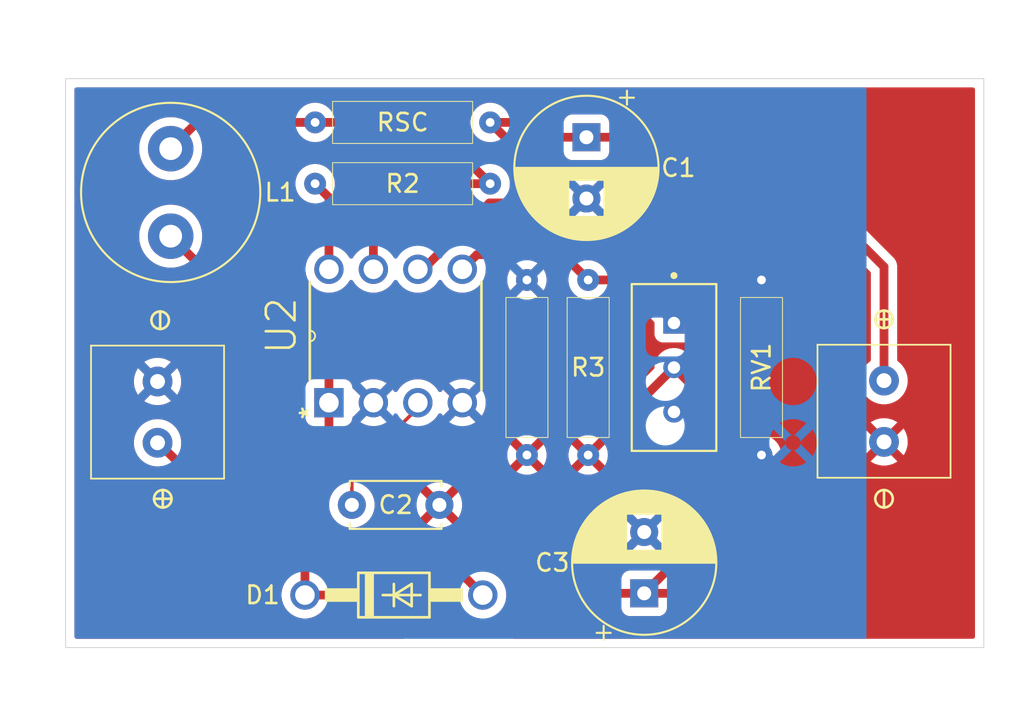
<source format=kicad_pcb>
(kicad_pcb (version 20241229) (generator "pcbnew") (generator_version "9.0")
  (title_block (title "DC-DC_convertor") (date "2025-05-26") (rev "v1.0") (comment 4 "This is a DC-DC boost circuit"))
  (layers (0 "F.Cu" signal) (2 "B.Cu" signal) (13 "F.Paste" user) (15 "B.Paste" user) (5 "F.SilkS" user "F.Silkscreen") (7 "B.SilkS" user "B.Silkscreen") (1 "F.Mask" user) (3 "B.Mask" user) (25 "Edge.Cuts" user))
  (net 0 "")
  (net 1 "/POWER_INPUT")
  (net 2 "PGND")
  (net 3 "SGND")
  (net 4 "Net-(U2-TC)")
  (net 5 "/POWER_OUTPUT")
  (net 6 "Net-(U2-SWC)")
  (net 7 "Net-(U2-IPK)")
  (net 8 "Net-(U2-DRC)")
  (net 9 "Net-(U2-CII)")
  (footprint "DC-DC:DO41-10" (layer "F.Cu") (at 145.5 114)
    (property "Reference" "D1" (at -7.5 0 0) (layer "F.SilkS"))
    (property "Value" "1N5819")
    (fp_line (start -2.032 -1.27) (end -2.032 1.27) (stroke (width 0.1524)) (layer "F.SilkS"))
    (fp_line (start -2.032 -1.27) (end 2.032 -1.27) (stroke (width 0.1524)) (layer "F.SilkS"))
    (fp_line (start -0.635 0) (end 0 0) (stroke (width 0.1524)) (layer "F.SilkS"))
    (fp_line (start 0 -0.635) (end 0 0) (stroke (width 0.1524)) (layer "F.SilkS"))
    (fp_line (start 0 0) (end 0 0.635) (stroke (width 0.1524)) (layer "F.SilkS"))
    (fp_line (start 0 0) (end 1.016 -0.635) (stroke (width 0.1524)) (layer "F.SilkS"))
    (fp_line (start 0 0) (end 1.524 0) (stroke (width 0.1524)) (layer "F.SilkS"))
    (fp_line (start 1.016 -0.635) (end 1.016 0.635) (stroke (width 0.1524)) (layer "F.SilkS"))
    (fp_line (start 1.016 0.635) (end 0 0) (stroke (width 0.1524)) (layer "F.SilkS"))
    (fp_line (start 2.032 1.27) (end -2.032 1.27) (stroke (width 0.1524)) (layer "F.SilkS"))
    (fp_line (start 2.032 1.27) (end 2.032 -1.27) (stroke (width 0.1524)) (layer "F.SilkS"))
    (fp_poly (pts (xy -3.937 -0.381) (xy -2.032 -0.381) (xy -2.032 0.381) (xy -3.937 0.381)) (stroke (width 0.01)) (fill yes) (layer "F.SilkS"))
    (fp_poly (pts (xy -1.651 -1.27) (xy -1.143 -1.27) (xy -1.143 1.27) (xy -1.651 1.27)) (stroke (width 0.01)) (fill yes) (layer "F.SilkS"))
    (fp_poly (pts (xy 2.032 -0.381) (xy 3.937 -0.381) (xy 3.937 0.381) (xy 2.032 0.381)) (stroke (width 0.01)) (fill yes) (layer "F.SilkS"))
    (pad "A" thru_hole circle (at 5.08 0) (size 1.6764 1.6764) (drill 1.1176) (layers "*.Cu" "*.Mask") (net 6 "Net-(U2-SWC)"))
    (pad "C" thru_hole circle (at -5.08 0) (size 1.6764 1.6764) (drill 1.1176) (layers "*.Cu" "*.Mask") (net 5 "/POWER_OUTPUT"))
  )
  (footprint "Resistor_THT:Resistor_L7.0mm_D2.5mm_d0.45mm" (layer "F.Cu") (at 166.5 101 -90)
    (property "Reference" "R4" (hide yes))
    (property "Value" "150k")
    (fp_rect (start -4 -1.2) (end 4 1.2) (stroke (width 0.05)) (fill no) (layer "F.SilkS"))
    (pad "1" thru_hole circle (at 5 0 270) (size 1.25 1.25) (drill 0.5) (layers "*.Cu" "*.Mask") (net 5 "/POWER_OUTPUT"))
    (pad "2" thru_hole circle (at -5 0 270) (size 1.25 1.25) (drill 0.5) (layers "*.Cu" "*.Mask") (net 9 "Net-(U2-CII)"))
  )
  (footprint "TerminalBlock_MetzConnect:DB301V-3.5-2P" (layer "F.Cu") (at 132 103.55 90)
    (property "Reference" "J2" (hide yes))
    (property "Value" "Screw_Terminal_01x02")
    (fp_line (start 3.8 -3.8) (end -3.8 -3.8) (stroke (width 0.1)) (layer "F.SilkS"))
    (fp_line (start -3.8 -3.8) (end -3.8 3.8) (stroke (width 0.1)) (layer "F.SilkS"))
    (fp_line (start 3.8 3.8) (end 3.8 -3.8) (stroke (width 0.1)) (layer "F.SilkS"))
    (fp_line (start -3.8 3.8) (end 3.8 3.8) (stroke (width 0.1)) (layer "F.SilkS"))
    (pad "1" thru_hole circle (at -1.75 0 90) (size 1.7 1.7) (drill 0.85) (layers "*.Cu" "*.Mask") (net 5 "/POWER_OUTPUT"))
    (pad "2" thru_hole circle (at 1.75 0 90) (size 1.7 1.7) (drill 0.85) (layers "*.Cu" "*.Mask") (net 2 "PGND"))
  )
  (footprint "Resistor_THT:Resistor_L7.0mm_D2.5mm_d0.45mm" (layer "F.Cu") (at 146 87)
    (property "Reference" "RCS1" (hide yes))
    (property "Value" "0.225")
    (fp_rect (start -4 -1.2) (end 4 1.2) (stroke (width 0.05)) (fill no) (layer "F.SilkS"))
    (pad "1" thru_hole circle (at 5 0) (size 1.25 1.25) (drill 0.5) (layers "*.Cu" "*.Mask") (net 1 "/POWER_INPUT"))
    (pad "2" thru_hole circle (at -5 0) (size 1.25 1.25) (drill 0.5) (layers "*.Cu" "*.Mask") (net 7 "Net-(U2-IPK)"))
  )
  (footprint "TerminalBlock_MetzConnect:DB301V-3.5-2P" (layer "F.Cu") (at 173.5 103.5 90)
    (property "Reference" "J1" (hide yes))
    (property "Value" "Screw_Terminal_01x02")
    (fp_line (start 3.8 -3.8) (end -3.8 -3.8) (stroke (width 0.1)) (layer "F.SilkS"))
    (fp_line (start -3.8 -3.8) (end -3.8 3.8) (stroke (width 0.1)) (layer "F.SilkS"))
    (fp_line (start 3.8 3.8) (end 3.8 -3.8) (stroke (width 0.1)) (layer "F.SilkS"))
    (fp_line (start -3.8 3.8) (end 3.8 3.8) (stroke (width 0.1)) (layer "F.SilkS"))
    (pad "1" thru_hole circle (at -1.75 0 90) (size 1.7 1.7) (drill 0.85) (layers "*.Cu" "*.Mask") (net 2 "PGND"))
    (pad "2" thru_hole circle (at 1.75 0 90) (size 1.7 1.7) (drill 0.85) (layers "*.Cu" "*.Mask") (net 1 "/POWER_INPUT"))
  )
  (footprint "Resistor_THT:Resistor_L7.0mm_D2.5mm_d0.45mm" (layer "F.Cu") (at 156.6 101 -90)
    (property "Reference" "R3" (hide yes))
    (property "Value" "2.7k")
    (fp_rect (start -4 -1.2) (end 4 1.2) (stroke (width 0.05)) (fill no) (layer "F.SilkS"))
    (pad "1" thru_hole circle (at 5 0 270) (size 1.25 1.25) (drill 0.5) (layers "*.Cu" "*.Mask") (net 3 "SGND"))
    (pad "2" thru_hole circle (at -5 0 270) (size 1.25 1.25) (drill 0.5) (layers "*.Cu" "*.Mask") (net 9 "Net-(U2-CII)"))
  )
  (footprint "DC-DC:DIP254P762X480-8" (layer "F.Cu") (at 149.41 95.39 90)
    (property "Reference" "U2" (at -3.2258 -10.3378 90) (layer "F.SilkS") (effects (font (size 1.64 1.64))))
    (property "Value" "MC34063ECN")
    (fp_line (start -0.7366 -8.7122) (end -3.5052 -8.7122) (stroke (width 0.1524)) (layer "F.SilkS"))
    (fp_line (start -3.5052 -8.7122) (end -4.1148 -8.7122) (stroke (width 0.1524)) (layer "F.SilkS"))
    (fp_line (start -4.1148 -8.7122) (end -6.3246 -8.7122) (stroke (width 0.1524)) (layer "F.SilkS"))
    (fp_line (start -6.8834 1.0922) (end -0.7366 1.0922) (stroke (width 0.1524)) (layer "F.SilkS"))
    (fp_arc (start -3.5052 -8.7122) (mid -3.81 -8.4074) (end -4.1148 -8.7122) (stroke (width 0.1)) (layer "F.SilkS"))
    (fp_text user "*" (at -8.2042 -8.7376 90) (layer "F.SilkS"))
    (pad "1" thru_hole rect (at -7.62 -7.62 90) (size 1.6764 1.6764) (drill 1.1176) (layers "*.Cu" "*.Mask") (net 6 "Net-(U2-SWC)"))
    (pad "2" thru_hole circle (at -7.62 -5.08 90) (size 1.6764 1.6764) (drill 1.1176) (layers "*.Cu" "*.Mask") (net 2 "PGND"))
    (pad "3" thru_hole circle (at -7.62 -2.54 90) (size 1.6764 1.6764) (drill 1.1176) (layers "*.Cu" "*.Mask") (net 4 "Net-(U2-TC)"))
    (pad "4" thru_hole circle (at -7.62 0 90) (size 1.6764 1.6764) (drill 1.1176) (layers "*.Cu" "*.Mask") (net 2 "PGND"))
    (pad "5" thru_hole circle (at 0 0 90) (size 1.6764 1.6764) (drill 1.1176) (layers "*.Cu" "*.Mask") (net 9 "Net-(U2-CII)"))
    (pad "6" thru_hole circle (at 0 -2.54 90) (size 1.6764 1.6764) (drill 1.1176) (layers "*.Cu" "*.Mask") (net 1 "/POWER_INPUT"))
    (pad "7" thru_hole circle (at 0 -5.08 90) (size 1.6764 1.6764) (drill 1.1176) (layers "*.Cu" "*.Mask") (net 7 "Net-(U2-IPK)"))
    (pad "8" thru_hole circle (at 0 -7.62 90) (size 1.6764 1.6764) (drill 1.1176) (layers "*.Cu" "*.Mask") (net 8 "Net-(U2-DRC)"))
  )
  (footprint "Resistor_THT:Resistor_L7.0mm_D2.5mm_d0.45mm" (layer "F.Cu") (at 153.1 101 90)
    (property "Reference" "R1" (hide yes))
    (property "Value" "0")
    (fp_rect (start -4 -1.2) (end 4 1.2) (stroke (width 0.05)) (fill no) (layer "F.SilkS"))
    (pad "1" thru_hole circle (at 5 0 90) (size 1.25 1.25) (drill 0.5) (layers "*.Cu" "*.Mask") (net 2 "PGND"))
    (pad "2" thru_hole circle (at -5 0 90) (size 1.25 1.25) (drill 0.5) (layers "*.Cu" "*.Mask") (net 3 "SGND"))
  )
  (footprint "Inductor_THT:L_Radial_D10.0mm_P5.00mm_Fastron_07M" (layer "F.Cu") (at 132.75 88.5 -90)
    (property "Reference" "L1" (at 2.5 -6.25 180) (layer "F.SilkS"))
    (property "Value" "68uH")
    (fp_circle (center 2.5 0) (end 7.62 0) (stroke (width 0.12)) (fill no) (layer "F.SilkS"))
    (pad "1" thru_hole circle (at 0 0 270) (size 2.6 2.6) (drill 1.3) (layers "*.Cu" "*.Mask") (net 7 "Net-(U2-IPK)"))
    (pad "2" thru_hole circle (at 5 0 270) (size 2.6 2.6) (drill 1.3) (layers "*.Cu" "*.Mask") (net 6 "Net-(U2-SWC)"))
  )
  (footprint "Capacitor_THT:CP_Radial_D8.0mm_P3.50mm" (layer "F.Cu") (at 156.5 87.847349 -90)
    (property "Reference" "C1" (at 1.75 -5.25 0) (layer "F.SilkS"))
    (property "Value" "100u")
    (fp_line (start 2.471 1.04) (end 2.471 4.017) (stroke (width 0.12)) (layer "F.SilkS"))
    (fp_line (start 2.511 1.04) (end 2.511 4.01) (stroke (width 0.12)) (layer "F.SilkS"))
    (fp_line (start 2.551 1.04) (end 2.551 4.002) (stroke (width 0.12)) (layer "F.SilkS"))
    (fp_line (start 2.591 1.04) (end 2.591 3.994) (stroke (width 0.12)) (layer "F.SilkS"))
    (fp_line (start 2.631 1.04) (end 2.631 3.985) (stroke (width 0.12)) (layer "F.SilkS"))
    (fp_line (start 2.671 1.04) (end 2.671 3.976) (stroke (width 0.12)) (layer "F.SilkS"))
    (fp_line (start 2.711 1.04) (end 2.711 3.967) (stroke (width 0.12)) (layer "F.SilkS"))
    (fp_line (start 2.751 1.04) (end 2.751 3.957) (stroke (width 0.12)) (layer "F.SilkS"))
    (fp_line (start 2.791 1.04) (end 2.791 3.947) (stroke (width 0.12)) (layer "F.SilkS"))
    (fp_line (start 2.831 1.04) (end 2.831 3.936) (stroke (width 0.12)) (layer "F.SilkS"))
    (fp_line (start 2.871 1.04) (end 2.871 3.925) (stroke (width 0.12)) (layer "F.SilkS"))
    (fp_line (start 2.911 1.04) (end 2.911 3.914) (stroke (width 0.12)) (layer "F.SilkS"))
    (fp_line (start 2.951 1.04) (end 2.951 3.902) (stroke (width 0.12)) (layer "F.SilkS"))
    (fp_line (start 2.991 1.04) (end 2.991 3.889) (stroke (width 0.12)) (layer "F.SilkS"))
    (fp_line (start 3.031 1.04) (end 3.031 3.877) (stroke (width 0.12)) (layer "F.SilkS"))
    (fp_line (start 3.071 1.04) (end 3.071 3.863) (stroke (width 0.12)) (layer "F.SilkS"))
    (fp_line (start 3.111 1.04) (end 3.111 3.85) (stroke (width 0.12)) (layer "F.SilkS"))
    (fp_line (start 3.151 1.04) (end 3.151 3.835) (stroke (width 0.12)) (layer "F.SilkS"))
    (fp_line (start 3.191 1.04) (end 3.191 3.821) (stroke (width 0.12)) (layer "F.SilkS"))
    (fp_line (start 3.231 1.04) (end 3.231 3.805) (stroke (width 0.12)) (layer "F.SilkS"))
    (fp_line (start 3.271 1.04) (end 3.271 3.79) (stroke (width 0.12)) (layer "F.SilkS"))
    (fp_line (start 3.311 1.04) (end 3.311 3.774) (stroke (width 0.12)) (layer "F.SilkS"))
    (fp_line (start 3.351 1.04) (end 3.351 3.757) (stroke (width 0.12)) (layer "F.SilkS"))
    (fp_line (start 3.391 1.04) (end 3.391 3.74) (stroke (width 0.12)) (layer "F.SilkS"))
    (fp_line (start 3.431 1.04) (end 3.431 3.722) (stroke (width 0.12)) (layer "F.SilkS"))
    (fp_line (start 3.471 1.04) (end 3.471 3.704) (stroke (width 0.12)) (layer "F.SilkS"))
    (fp_line (start 3.511 1.04) (end 3.511 3.686) (stroke (width 0.12)) (layer "F.SilkS"))
    (fp_line (start 3.551 1.04) (end 3.551 3.666) (stroke (width 0.12)) (layer "F.SilkS"))
    (fp_line (start 3.591 1.04) (end 3.591 3.647) (stroke (width 0.12)) (layer "F.SilkS"))
    (fp_line (start 3.631 1.04) (end 3.631 3.627) (stroke (width 0.12)) (layer "F.SilkS"))
    (fp_line (start 3.671 1.04) (end 3.671 3.606) (stroke (width 0.12)) (layer "F.SilkS"))
    (fp_line (start 3.711 1.04) (end 3.711 3.584) (stroke (width 0.12)) (layer "F.SilkS"))
    (fp_line (start 3.751 1.04) (end 3.751 3.562) (stroke (width 0.12)) (layer "F.SilkS"))
    (fp_line (start 3.791 1.04) (end 3.791 3.54) (stroke (width 0.12)) (layer "F.SilkS"))
    (fp_line (start 3.831 1.04) (end 3.831 3.517) (stroke (width 0.12)) (layer "F.SilkS"))
    (fp_line (start 3.871 1.04) (end 3.871 3.493) (stroke (width 0.12)) (layer "F.SilkS"))
    (fp_line (start 3.911 1.04) (end 3.911 3.469) (stroke (width 0.12)) (layer "F.SilkS"))
    (fp_line (start 3.951 1.04) (end 3.951 3.444) (stroke (width 0.12)) (layer "F.SilkS"))
    (fp_line (start 3.991 1.04) (end 3.991 3.418) (stroke (width 0.12)) (layer "F.SilkS"))
    (fp_line (start 4.031 1.04) (end 4.031 3.392) (stroke (width 0.12)) (layer "F.SilkS"))
    (fp_line (start 4.071 1.04) (end 4.071 3.365) (stroke (width 0.12)) (layer "F.SilkS"))
    (fp_line (start 4.111 1.04) (end 4.111 3.338) (stroke (width 0.12)) (layer "F.SilkS"))
    (fp_line (start 4.151 1.04) (end 4.151 3.309) (stroke (width 0.12)) (layer "F.SilkS"))
    (fp_line (start 4.191 1.04) (end 4.191 3.28) (stroke (width 0.12)) (layer "F.SilkS"))
    (fp_line (start 4.231 1.04) (end 4.231 3.25) (stroke (width 0.12)) (layer "F.SilkS"))
    (fp_line (start 4.271 1.04) (end 4.271 3.22) (stroke (width 0.12)) (layer "F.SilkS"))
    (fp_line (start 4.311 1.04) (end 4.311 3.189) (stroke (width 0.12)) (layer "F.SilkS"))
    (fp_line (start 4.351 1.04) (end 4.351 3.156) (stroke (width 0.12)) (layer "F.SilkS"))
    (fp_line (start 4.391 1.04) (end 4.391 3.124) (stroke (width 0.12)) (layer "F.SilkS"))
    (fp_line (start 4.431 1.04) (end 4.431 3.09) (stroke (width 0.12)) (layer "F.SilkS"))
    (fp_line (start 4.471 1.04) (end 4.471 3.055) (stroke (width 0.12)) (layer "F.SilkS"))
    (fp_line (start 4.511 1.04) (end 4.511 3.019) (stroke (width 0.12)) (layer "F.SilkS"))
    (fp_line (start 5.831 -0.533) (end 5.831 0.533) (stroke (width 0.12)) (layer "F.SilkS"))
    (fp_line (start 5.791 -0.768) (end 5.791 0.768) (stroke (width 0.12)) (layer "F.SilkS"))
    (fp_line (start 5.751 -0.948) (end 5.751 0.948) (stroke (width 0.12)) (layer "F.SilkS"))
    (fp_line (start 5.711 -1.098) (end 5.711 1.098) (stroke (width 0.12)) (layer "F.SilkS"))
    (fp_line (start 5.671 -1.229) (end 5.671 1.229) (stroke (width 0.12)) (layer "F.SilkS"))
    (fp_line (start 5.631 -1.346) (end 5.631 1.346) (stroke (width 0.12)) (layer "F.SilkS"))
    (fp_line (start 5.591 -1.453) (end 5.591 1.453) (stroke (width 0.12)) (layer "F.SilkS"))
    (fp_line (start 5.551 -1.552) (end 5.551 1.552) (stroke (width 0.12)) (layer "F.SilkS"))
    (fp_line (start 5.511 -1.645) (end 5.511 1.645) (stroke (width 0.12)) (layer "F.SilkS"))
    (fp_line (start 5.471 -1.731) (end 5.471 1.731) (stroke (width 0.12)) (layer "F.SilkS"))
    (fp_line (start 5.431 -1.813) (end 5.431 1.813) (stroke (width 0.12)) (layer "F.SilkS"))
    (fp_line (start 5.391 -1.89) (end 5.391 1.89) (stroke (width 0.12)) (layer "F.SilkS"))
    (fp_line (start 5.351 -1.964) (end 5.351 1.964) (stroke (width 0.12)) (layer "F.SilkS"))
    (fp_line (start 5.311 -2.034) (end 5.311 2.034) (stroke (width 0.12)) (layer "F.SilkS"))
    (fp_line (start 5.271 -2.102) (end 5.271 2.102) (stroke (width 0.12)) (layer "F.SilkS"))
    (fp_line (start 5.231 -2.166) (end 5.231 2.166) (stroke (width 0.12)) (layer "F.SilkS"))
    (fp_line (start 5.191 -2.228) (end 5.191 2.228) (stroke (width 0.12)) (layer "F.SilkS"))
    (fp_line (start 5.151 -2.287) (end 5.151 2.287) (stroke (width 0.12)) (layer "F.SilkS"))
    (fp_line (start -2.659698 -2.315) (end -1.859698 -2.315) (stroke (width 0.12)) (layer "F.SilkS"))
    (fp_line (start 5.111 -2.345) (end 5.111 2.345) (stroke (width 0.12)) (layer "F.SilkS"))
    (fp_line (start 5.071 -2.4) (end 5.071 2.4) (stroke (width 0.12)) (layer "F.SilkS"))
    (fp_line (start 5.031 -2.454) (end 5.031 2.454) (stroke (width 0.12)) (layer "F.SilkS"))
    (fp_line (start 4.991 -2.505) (end 4.991 2.505) (stroke (width 0.12)) (layer "F.SilkS"))
    (fp_line (start 4.951 -2.556) (end 4.951 2.556) (stroke (width 0.12)) (layer "F.SilkS"))
    (fp_line (start 4.911 -2.604) (end 4.911 2.604) (stroke (width 0.12)) (layer "F.SilkS"))
    (fp_line (start 4.871 -2.651) (end 4.871 2.651) (stroke (width 0.12)) (layer "F.SilkS"))
    (fp_line (start 4.831 -2.697) (end 4.831 2.697) (stroke (width 0.12)) (layer "F.SilkS"))
    (fp_line (start -2.259698 -2.715) (end -2.259698 -1.915) (stroke (width 0.12)) (layer "F.SilkS"))
    (fp_line (start 4.791 -2.741) (end 4.791 2.741) (stroke (width 0.12)) (layer "F.SilkS"))
    (fp_line (start 4.751 -2.784) (end 4.751 2.784) (stroke (width 0.12)) (layer "F.SilkS"))
    (fp_line (start 4.711 -2.826) (end 4.711 2.826) (stroke (width 0.12)) (layer "F.SilkS"))
    (fp_line (start 4.671 -2.867) (end 4.671 2.867) (stroke (width 0.12)) (layer "F.SilkS"))
    (fp_line (start 4.631 -2.907) (end 4.631 2.907) (stroke (width 0.12)) (layer "F.SilkS"))
    (fp_line (start 4.591 -2.945) (end 4.591 2.945) (stroke (width 0.12)) (layer "F.SilkS"))
    (fp_line (start 4.551 -2.983) (end 4.551 2.983) (stroke (width 0.12)) (layer "F.SilkS"))
    (fp_line (start 4.511 -3.019) (end 4.511 -1.04) (stroke (width 0.12)) (layer "F.SilkS"))
    (fp_line (start 4.471 -3.055) (end 4.471 -1.04) (stroke (width 0.12)) (layer "F.SilkS"))
    (fp_line (start 4.431 -3.09) (end 4.431 -1.04) (stroke (width 0.12)) (layer "F.SilkS"))
    (fp_line (start 4.391 -3.124) (end 4.391 -1.04) (stroke (width 0.12)) (layer "F.SilkS"))
    (fp_line (start 4.351 -3.156) (end 4.351 -1.04) (stroke (width 0.12)) (layer "F.SilkS"))
    (fp_line (start 4.311 -3.189) (end 4.311 -1.04) (stroke (width 0.12)) (layer "F.SilkS"))
    (fp_line (start 4.271 -3.22) (end 4.271 -1.04) (stroke (width 0.12)) (layer "F.SilkS"))
    (fp_line (start 4.231 -3.25) (end 4.231 -1.04) (stroke (width 0.12)) (layer "F.SilkS"))
    (fp_line (start 4.191 -3.28) (end 4.191 -1.04) (stroke (width 0.12)) (layer "F.SilkS"))
    (fp_line (start 4.151 -3.309) (end 4.151 -1.04) (stroke (width 0.12)) (layer "F.SilkS"))
    (fp_line (start 4.111 -3.338) (end 4.111 -1.04) (stroke (width 0.12)) (layer "F.SilkS"))
    (fp_line (start 4.071 -3.365) (end 4.071 -1.04) (stroke (width 0.12)) (layer "F.SilkS"))
    (fp_line (start 4.031 -3.392) (end 4.031 -1.04) (stroke (width 0.12)) (layer "F.SilkS"))
    (fp_line (start 3.991 -3.418) (end 3.991 -1.04) (stroke (width 0.12)) (layer "F.SilkS"))
    (fp_line (start 3.951 -3.444) (end 3.951 -1.04) (stroke (width 0.12)) (layer "F.SilkS"))
    (fp_line (start 3.911 -3.469) (end 3.911 -1.04) (stroke (width 0.12)) (layer "F.SilkS"))
    (fp_line (start 3.871 -3.493) (end 3.871 -1.04) (stroke (width 0.12)) (layer "F.SilkS"))
    (fp_line (start 3.831 -3.517) (end 3.831 -1.04) (stroke (width 0.12)) (layer "F.SilkS"))
    (fp_line (start 3.791 -3.54) (end 3.791 -1.04) (stroke (width 0.12)) (layer "F.SilkS"))
    (fp_line (start 3.751 -3.562) (end 3.751 -1.04) (stroke (width 0.12)) (layer "F.SilkS"))
    (fp_line (start 3.711 -3.584) (end 3.711 -1.04) (stroke (width 0.12)) (layer "F.SilkS"))
    (fp_line (start 3.671 -3.606) (end 3.671 -1.04) (stroke (width 0.12)) (layer "F.SilkS"))
    (fp_line (start 3.631 -3.627) (end 3.631 -1.04) (stroke (width 0.12)) (layer "F.SilkS"))
    (fp_line (start 3.591 -3.647) (end 3.591 -1.04) (stroke (width 0.12)) (layer "F.SilkS"))
    (fp_line (start 3.551 -3.666) (end 3.551 -1.04) (stroke (width 0.12)) (layer "F.SilkS"))
    (fp_line (start 3.511 -3.686) (end 3.511 -1.04) (stroke (width 0.12)) (layer "F.SilkS"))
    (fp_line (start 3.471 -3.704) (end 3.471 -1.04) (stroke (width 0.12)) (layer "F.SilkS"))
    (fp_line (start 3.431 -3.722) (end 3.431 -1.04) (stroke (width 0.12)) (layer "F.SilkS"))
    (fp_line (start 3.391 -3.74) (end 3.391 -1.04) (stroke (width 0.12)) (layer "F.SilkS"))
    (fp_line (start 3.351 -3.757) (end 3.351 -1.04) (stroke (width 0.12)) (layer "F.SilkS"))
    (fp_line (start 3.311 -3.774) (end 3.311 -1.04) (stroke (width 0.12)) (layer "F.SilkS"))
    (fp_line (start 3.271 -3.79) (end 3.271 -1.04) (stroke (width 0.12)) (layer "F.SilkS"))
    (fp_line (start 3.231 -3.805) (end 3.231 -1.04) (stroke (width 0.12)) (layer "F.SilkS"))
    (fp_line (start 3.191 -3.821) (end 3.191 -1.04) (stroke (width 0.12)) (layer "F.SilkS"))
    (fp_line (start 3.151 -3.835) (end 3.151 -1.04) (stroke (width 0.12)) (layer "F.SilkS"))
    (fp_line (start 3.111 -3.85) (end 3.111 -1.04) (stroke (width 0.12)) (layer "F.SilkS"))
    (fp_line (start 3.071 -3.863) (end 3.071 -1.04) (stroke (width 0.12)) (layer "F.SilkS"))
    (fp_line (start 3.031 -3.877) (end 3.031 -1.04) (stroke (width 0.12)) (layer "F.SilkS"))
    (fp_line (start 2.991 -3.889) (end 2.991 -1.04) (stroke (width 0.12)) (layer "F.SilkS"))
    (fp_line (start 2.951 -3.902) (end 2.951 -1.04) (stroke (width 0.12)) (layer "F.SilkS"))
    (fp_line (start 2.911 -3.914) (end 2.911 -1.04) (stroke (width 0.12)) (layer "F.SilkS"))
    (fp_line (start 2.871 -3.925) (end 2.871 -1.04) (stroke (width 0.12)) (layer "F.SilkS"))
    (fp_line (start 2.831 -3.936) (end 2.831 -1.04) (stroke (width 0.12)) (layer "F.SilkS"))
    (fp_line (start 2.791 -3.947) (end 2.791 -1.04) (stroke (width 0.12)) (layer "F.SilkS"))
    (fp_line (start 2.751 -3.957) (end 2.751 -1.04) (stroke (width 0.12)) (layer "F.SilkS"))
    (fp_line (start 2.711 -3.967) (end 2.711 -1.04) (stroke (width 0.12)) (layer "F.SilkS"))
    (fp_line (start 2.671 -3.976) (end 2.671 -1.04) (stroke (width 0.12)) (layer "F.SilkS"))
    (fp_line (start 2.631 -3.985) (end 2.631 -1.04) (stroke (width 0.12)) (layer "F.SilkS"))
    (fp_line (start 2.591 -3.994) (end 2.591 -1.04) (stroke (width 0.12)) (layer "F.SilkS"))
    (fp_line (start 2.551 -4.002) (end 2.551 -1.04) (stroke (width 0.12)) (layer "F.SilkS"))
    (fp_line (start 2.511 -4.01) (end 2.511 -1.04) (stroke (width 0.12)) (layer "F.SilkS"))
    (fp_line (start 2.471 -4.017) (end 2.471 -1.04) (stroke (width 0.12)) (layer "F.SilkS"))
    (fp_line (start 2.43 -4.024) (end 2.43 4.024) (stroke (width 0.12)) (layer "F.SilkS"))
    (fp_line (start 2.39 -4.03) (end 2.39 4.03) (stroke (width 0.12)) (layer "F.SilkS"))
    (fp_line (start 2.35 -4.037) (end 2.35 4.037) (stroke (width 0.12)) (layer "F.SilkS"))
    (fp_line (start 2.31 -4.042) (end 2.31 4.042) (stroke (width 0.12)) (layer "F.SilkS"))
    (fp_line (start 2.27 -4.048) (end 2.27 4.048) (stroke (width 0.12)) (layer "F.SilkS"))
    (fp_line (start 2.23 -4.052) (end 2.23 4.052) (stroke (width 0.12)) (layer "F.SilkS"))
    (fp_line (start 2.19 -4.057) (end 2.19 4.057) (stroke (width 0.12)) (layer "F.SilkS"))
    (fp_line (start 2.15 -4.061) (end 2.15 4.061) (stroke (width 0.12)) (layer "F.SilkS"))
    (fp_line (start 2.11 -4.065) (end 2.11 4.065) (stroke (width 0.12)) (layer "F.SilkS"))
    (fp_line (start 2.07 -4.068) (end 2.07 4.068) (stroke (width 0.12)) (layer "F.SilkS"))
    (fp_line (start 2.03 -4.071) (end 2.03 4.071) (stroke (width 0.12)) (layer "F.SilkS"))
    (fp_line (start 1.99 -4.074) (end 1.99 4.074) (stroke (width 0.12)) (layer "F.SilkS"))
    (fp_line (start 1.95 -4.076) (end 1.95 4.076) (stroke (width 0.12)) (layer "F.SilkS"))
    (fp_line (start 1.91 -4.077) (end 1.91 4.077) (stroke (width 0.12)) (layer "F.SilkS"))
    (fp_line (start 1.87 -4.079) (end 1.87 4.079) (stroke (width 0.12)) (layer "F.SilkS"))
    (fp_line (start 1.75 -4.08) (end 1.75 4.08) (stroke (width 0.12)) (layer "F.SilkS"))
    (fp_line (start 1.79 -4.08) (end 1.79 4.08) (stroke (width 0.12)) (layer "F.SilkS"))
    (fp_line (start 1.83 -4.08) (end 1.83 4.08) (stroke (width 0.12)) (layer "F.SilkS"))
    (fp_circle (center 1.75 0) (end 5.87 0) (stroke (width 0.12)) (fill no) (layer "F.SilkS"))
    (pad "1" thru_hole rect (at 0 0 270) (size 1.6 1.6) (drill 0.8) (layers "*.Cu" "*.Mask") (net 1 "/POWER_INPUT"))
    (pad "2" thru_hole circle (at 3.5 0 270) (size 1.6 1.6) (drill 0.8) (layers "*.Cu" "*.Mask") (net 2 "PGND"))
  )
  (footprint "Potentiometer_THT:TRIM_3296W-1-104" (layer "F.Cu") (at 161.5 101 -90)
    (property "Reference" "RV1" (at 0 -5 90) (layer "F.SilkS") (effects (font (size 1.004283 1.004283))))
    (property "Value" "100k")
    (fp_line (start -4.765 2.41) (end -4.765 -2.42) (stroke (width 0.127)) (layer "F.SilkS"))
    (fp_line (start 4.765 2.41) (end -4.765 2.41) (stroke (width 0.127)) (layer "F.SilkS"))
    (fp_line (start -4.765 -2.42) (end 4.765 -2.42) (stroke (width 0.127)) (layer "F.SilkS"))
    (fp_line (start 4.765 -2.42) (end 4.765 2.41) (stroke (width 0.127)) (layer "F.SilkS"))
    (fp_circle (center -5.25 0) (end -5.15 0) (stroke (width 0.2)) (fill no) (layer "F.SilkS"))
    (pad "1" thru_hole rect (at -2.54 0 270) (size 1.218 1.218) (drill 0.71) (layers "*.Cu" "*.Mask") (net 9 "Net-(U2-CII)"))
    (pad "2" thru_hole circle (at 0 0 270) (size 1.218 1.218) (drill 0.71) (layers "*.Cu" "*.Mask") (net 5 "/POWER_OUTPUT"))
    (pad "3" thru_hole circle (at 2.54 0 270) (size 1.218 1.218) (drill 0.71) (layers "*.Cu" "*.Mask"))
  )
  (footprint "Capacitor_THT:C_Disc_D5.0mm_W2.5mm_P5.00mm" (layer "F.Cu") (at 143.1 108.85)
    (property "Reference" "C2" (at 2.5 0 0) (layer "F.SilkS"))
    (property "Value" "382pF")
    (fp_line (start -0.12 -1.37) (end -0.12 -1.055) (stroke (width 0.12)) (layer "F.SilkS"))
    (fp_line (start -0.12 -1.37) (end 5.12 -1.37) (stroke (width 0.12)) (layer "F.SilkS"))
    (fp_line (start -0.12 1.055) (end -0.12 1.37) (stroke (width 0.12)) (layer "F.SilkS"))
    (fp_line (start -0.12 1.37) (end 5.12 1.37) (stroke (width 0.12)) (layer "F.SilkS"))
    (fp_line (start 5.12 -1.37) (end 5.12 -1.055) (stroke (width 0.12)) (layer "F.SilkS"))
    (fp_line (start 5.12 1.055) (end 5.12 1.37) (stroke (width 0.12)) (layer "F.SilkS"))
    (pad "1" thru_hole circle (at 0 0) (size 1.6 1.6) (drill 0.8) (layers "*.Cu" "*.Mask") (net 4 "Net-(U2-TC)"))
    (pad "2" thru_hole circle (at 5 0) (size 1.6 1.6) (drill 0.8) (layers "*.Cu" "*.Mask") (net 3 "SGND"))
  )
  (footprint "Resistor_THT:Resistor_L7.0mm_D2.5mm_d0.45mm" (layer "F.Cu") (at 146 90.5)
    (property "Reference" "R2" (hide yes))
    (property "Value" "180")
    (fp_rect (start -4 -1.2) (end 4 1.2) (stroke (width 0.05)) (fill no) (layer "F.SilkS"))
    (pad "1" thru_hole circle (at 5 0) (size 1.25 1.25) (drill 0.5) (layers "*.Cu" "*.Mask") (net 7 "Net-(U2-IPK)"))
    (pad "2" thru_hole circle (at -5 0) (size 1.25 1.25) (drill 0.5) (layers "*.Cu" "*.Mask") (net 8 "Net-(U2-DRC)"))
  )
  (footprint "Capacitor_THT:CP_Radial_D8.0mm_P3.50mm" (layer "F.Cu") (at 159.8 113.9 90)
    (property "Reference" "C3" (at 1.75 -5.25 0) (layer "F.SilkS"))
    (property "Value" "113u")
    (fp_line (start 1.83 -4.08) (end 1.83 4.08) (stroke (width 0.12)) (layer "F.SilkS"))
    (fp_line (start 1.79 -4.08) (end 1.79 4.08) (stroke (width 0.12)) (layer "F.SilkS"))
    (fp_line (start 1.75 -4.08) (end 1.75 4.08) (stroke (width 0.12)) (layer "F.SilkS"))
    (fp_line (start 1.87 -4.079) (end 1.87 4.079) (stroke (width 0.12)) (layer "F.SilkS"))
    (fp_line (start 1.91 -4.077) (end 1.91 4.077) (stroke (width 0.12)) (layer "F.SilkS"))
    (fp_line (start 1.95 -4.076) (end 1.95 4.076) (stroke (width 0.12)) (layer "F.SilkS"))
    (fp_line (start 1.99 -4.074) (end 1.99 4.074) (stroke (width 0.12)) (layer "F.SilkS"))
    (fp_line (start 2.03 -4.071) (end 2.03 4.071) (stroke (width 0.12)) (layer "F.SilkS"))
    (fp_line (start 2.07 -4.068) (end 2.07 4.068) (stroke (width 0.12)) (layer "F.SilkS"))
    (fp_line (start 2.11 -4.065) (end 2.11 4.065) (stroke (width 0.12)) (layer "F.SilkS"))
    (fp_line (start 2.15 -4.061) (end 2.15 4.061) (stroke (width 0.12)) (layer "F.SilkS"))
    (fp_line (start 2.19 -4.057) (end 2.19 4.057) (stroke (width 0.12)) (layer "F.SilkS"))
    (fp_line (start 2.23 -4.052) (end 2.23 4.052) (stroke (width 0.12)) (layer "F.SilkS"))
    (fp_line (start 2.27 -4.048) (end 2.27 4.048) (stroke (width 0.12)) (layer "F.SilkS"))
    (fp_line (start 2.31 -4.042) (end 2.31 4.042) (stroke (width 0.12)) (layer "F.SilkS"))
    (fp_line (start 2.35 -4.037) (end 2.35 4.037) (stroke (width 0.12)) (layer "F.SilkS"))
    (fp_line (start 2.39 -4.03) (end 2.39 4.03) (stroke (width 0.12)) (layer "F.SilkS"))
    (fp_line (start 2.43 -4.024) (end 2.43 4.024) (stroke (width 0.12)) (layer "F.SilkS"))
    (fp_line (start 2.471 -4.017) (end 2.471 -1.04) (stroke (width 0.12)) (layer "F.SilkS"))
    (fp_line (start 2.511 -4.01) (end 2.511 -1.04) (stroke (width 0.12)) (layer "F.SilkS"))
    (fp_line (start 2.551 -4.002) (end 2.551 -1.04) (stroke (width 0.12)) (layer "F.SilkS"))
    (fp_line (start 2.591 -3.994) (end 2.591 -1.04) (stroke (width 0.12)) (layer "F.SilkS"))
    (fp_line (start 2.631 -3.985) (end 2.631 -1.04) (stroke (width 0.12)) (layer "F.SilkS"))
    (fp_line (start 2.671 -3.976) (end 2.671 -1.04) (stroke (width 0.12)) (layer "F.SilkS"))
    (fp_line (start 2.711 -3.967) (end 2.711 -1.04) (stroke (width 0.12)) (layer "F.SilkS"))
    (fp_line (start 2.751 -3.957) (end 2.751 -1.04) (stroke (width 0.12)) (layer "F.SilkS"))
    (fp_line (start 2.791 -3.947) (end 2.791 -1.04) (stroke (width 0.12)) (layer "F.SilkS"))
    (fp_line (start 2.831 -3.936) (end 2.831 -1.04) (stroke (width 0.12)) (layer "F.SilkS"))
    (fp_line (start 2.871 -3.925) (end 2.871 -1.04) (stroke (width 0.12)) (layer "F.SilkS"))
    (fp_line (start 2.911 -3.914) (end 2.911 -1.04) (stroke (width 0.12)) (layer "F.SilkS"))
    (fp_line (start 2.951 -3.902) (end 2.951 -1.04) (stroke (width 0.12)) (layer "F.SilkS"))
    (fp_line (start 2.991 -3.889) (end 2.991 -1.04) (stroke (width 0.12)) (layer "F.SilkS"))
    (fp_line (start 3.031 -3.877) (end 3.031 -1.04) (stroke (width 0.12)) (layer "F.SilkS"))
    (fp_line (start 3.071 -3.863) (end 3.071 -1.04) (stroke (width 0.12)) (layer "F.SilkS"))
    (fp_line (start 3.111 -3.85) (end 3.111 -1.04) (stroke (width 0.12)) (layer "F.SilkS"))
    (fp_line (start 3.151 -3.835) (end 3.151 -1.04) (stroke (width 0.12)) (layer "F.SilkS"))
    (fp_line (start 3.191 -3.821) (end 3.191 -1.04) (stroke (width 0.12)) (layer "F.SilkS"))
    (fp_line (start 3.231 -3.805) (end 3.231 -1.04) (stroke (width 0.12)) (layer "F.SilkS"))
    (fp_line (start 3.271 -3.79) (end 3.271 -1.04) (stroke (width 0.12)) (layer "F.SilkS"))
    (fp_line (start 3.311 -3.774) (end 3.311 -1.04) (stroke (width 0.12)) (layer "F.SilkS"))
    (fp_line (start 3.351 -3.757) (end 3.351 -1.04) (stroke (width 0.12)) (layer "F.SilkS"))
    (fp_line (start 3.391 -3.74) (end 3.391 -1.04) (stroke (width 0.12)) (layer "F.SilkS"))
    (fp_line (start 3.431 -3.722) (end 3.431 -1.04) (stroke (width 0.12)) (layer "F.SilkS"))
    (fp_line (start 3.471 -3.704) (end 3.471 -1.04) (stroke (width 0.12)) (layer "F.SilkS"))
    (fp_line (start 3.511 -3.686) (end 3.511 -1.04) (stroke (width 0.12)) (layer "F.SilkS"))
    (fp_line (start 3.551 -3.666) (end 3.551 -1.04) (stroke (width 0.12)) (layer "F.SilkS"))
    (fp_line (start 3.591 -3.647) (end 3.591 -1.04) (stroke (width 0.12)) (layer "F.SilkS"))
    (fp_line (start 3.631 -3.627) (end 3.631 -1.04) (stroke (width 0.12)) (layer "F.SilkS"))
    (fp_line (start 3.671 -3.606) (end 3.671 -1.04) (stroke (width 0.12)) (layer "F.SilkS"))
    (fp_line (start 3.711 -3.584) (end 3.711 -1.04) (stroke (width 0.12)) (layer "F.SilkS"))
    (fp_line (start 3.751 -3.562) (end 3.751 -1.04) (stroke (width 0.12)) (layer "F.SilkS"))
    (fp_line (start 3.791 -3.54) (end 3.791 -1.04) (stroke (width 0.12)) (layer "F.SilkS"))
    (fp_line (start 3.831 -3.517) (end 3.831 -1.04) (stroke (width 0.12)) (layer "F.SilkS"))
    (fp_line (start 3.871 -3.493) (end 3.871 -1.04) (stroke (width 0.12)) (layer "F.SilkS"))
    (fp_line (start 3.911 -3.469) (end 3.911 -1.04) (stroke (width 0.12)) (layer "F.SilkS"))
    (fp_line (start 3.951 -3.444) (end 3.951 -1.04) (stroke (width 0.12)) (layer "F.SilkS"))
    (fp_line (start 3.991 -3.418) (end 3.991 -1.04) (stroke (width 0.12)) (layer "F.SilkS"))
    (fp_line (start 4.031 -3.392) (end 4.031 -1.04) (stroke (width 0.12)) (layer "F.SilkS"))
    (fp_line (start 4.071 -3.365) (end 4.071 -1.04) (stroke (width 0.12)) (layer "F.SilkS"))
    (fp_line (start 4.111 -3.338) (end 4.111 -1.04) (stroke (width 0.12)) (layer "F.SilkS"))
    (fp_line (start 4.151 -3.309) (end 4.151 -1.04) (stroke (width 0.12)) (layer "F.SilkS"))
    (fp_line (start 4.191 -3.28) (end 4.191 -1.04) (stroke (width 0.12)) (layer "F.SilkS"))
    (fp_line (start 4.231 -3.25) (end 4.231 -1.04) (stroke (width 0.12)) (layer "F.SilkS"))
    (fp_line (start 4.271 -3.22) (end 4.271 -1.04) (stroke (width 0.12)) (layer "F.SilkS"))
    (fp_line (start 4.311 -3.189) (end 4.311 -1.04) (stroke (width 0.12)) (layer "F.SilkS"))
    (fp_line (start 4.351 -3.156) (end 4.351 -1.04) (stroke (width 0.12)) (layer "F.SilkS"))
    (fp_line (start 4.391 -3.124) (end 4.391 -1.04) (stroke (width 0.12)) (layer "F.SilkS"))
    (fp_line (start 4.431 -3.09) (end 4.431 -1.04) (stroke (width 0.12)) (layer "F.SilkS"))
    (fp_line (start 4.471 -3.055) (end 4.471 -1.04) (stroke (width 0.12)) (layer "F.SilkS"))
    (fp_line (start 4.511 -3.019) (end 4.511 -1.04) (stroke (width 0.12)) (layer "F.SilkS"))
    (fp_line (start 4.551 -2.983) (end 4.551 2.983) (stroke (width 0.12)) (layer "F.SilkS"))
    (fp_line (start 4.591 -2.945) (end 4.591 2.945) (stroke (width 0.12)) (layer "F.SilkS"))
    (fp_line (start 4.631 -2.907) (end 4.631 2.907) (stroke (width 0.12)) (layer "F.SilkS"))
    (fp_line (start 4.671 -2.867) (end 4.671 2.867) (stroke (width 0.12)) (layer "F.SilkS"))
    (fp_line (start 4.711 -2.826) (end 4.711 2.826) (stroke (width 0.12)) (layer "F.SilkS"))
    (fp_line (start 4.751 -2.784) (end 4.751 2.784) (stroke (width 0.12)) (layer "F.SilkS"))
    (fp_line (start 4.791 -2.741) (end 4.791 2.741) (stroke (width 0.12)) (layer "F.SilkS"))
    (fp_line (start -2.259698 -2.715) (end -2.259698 -1.915) (stroke (width 0.12)) (layer "F.SilkS"))
    (fp_line (start 4.831 -2.697) (end 4.831 2.697) (stroke (width 0.12)) (layer "F.SilkS"))
    (fp_line (start 4.871 -2.651) (end 4.871 2.651) (stroke (width 0.12)) (layer "F.SilkS"))
    (fp_line (start 4.911 -2.604) (end 4.911 2.604) (stroke (width 0.12)) (layer "F.SilkS"))
    (fp_line (start 4.951 -2.556) (end 4.951 2.556) (stroke (width 0.12)) (layer "F.SilkS"))
    (fp_line (start 4.991 -2.505) (end 4.991 2.505) (stroke (width 0.12)) (layer "F.SilkS"))
    (fp_line (start 5.031 -2.454) (end 5.031 2.454) (stroke (width 0.12)) (layer "F.SilkS"))
    (fp_line (start 5.071 -2.4) (end 5.071 2.4) (stroke (width 0.12)) (layer "F.SilkS"))
    (fp_line (start 5.111 -2.345) (end 5.111 2.345) (stroke (width 0.12)) (layer "F.SilkS"))
    (fp_line (start -2.659698 -2.315) (end -1.859698 -2.315) (stroke (width 0.12)) (layer "F.SilkS"))
    (fp_line (start 5.151 -2.287) (end 5.151 2.287) (stroke (width 0.12)) (layer "F.SilkS"))
    (fp_line (start 5.191 -2.228) (end 5.191 2.228) (stroke (width 0.12)) (layer "F.SilkS"))
    (fp_line (start 5.231 -2.166) (end 5.231 2.166) (stroke (width 0.12)) (layer "F.SilkS"))
    (fp_line (start 5.271 -2.102) (end 5.271 2.102) (stroke (width 0.12)) (layer "F.SilkS"))
    (fp_line (start 5.311 -2.034) (end 5.311 2.034) (stroke (width 0.12)) (layer "F.SilkS"))
    (fp_line (start 5.351 -1.964) (end 5.351 1.964) (stroke (width 0.12)) (layer "F.SilkS"))
    (fp_line (start 5.391 -1.89) (end 5.391 1.89) (stroke (width 0.12)) (layer "F.SilkS"))
    (fp_line (start 5.431 -1.813) (end 5.431 1.813) (stroke (width 0.12)) (layer "F.SilkS"))
    (fp_line (start 5.471 -1.731) (end 5.471 1.731) (stroke (width 0.12)) (layer "F.SilkS"))
    (fp_line (start 5.511 -1.645) (end 5.511 1.645) (stroke (width 0.12)) (layer "F.SilkS"))
    (fp_line (start 5.551 -1.552) (end 5.551 1.552) (stroke (width 0.12)) (layer "F.SilkS"))
    (fp_line (start 5.591 -1.453) (end 5.591 1.453) (stroke (width 0.12)) (layer "F.SilkS"))
    (fp_line (start 5.631 -1.346) (end 5.631 1.346) (stroke (width 0.12)) (layer "F.SilkS"))
    (fp_line (start 5.671 -1.229) (end 5.671 1.229) (stroke (width 0.12)) (layer "F.SilkS"))
    (fp_line (start 5.711 -1.098) (end 5.711 1.098) (stroke (width 0.12)) (layer "F.SilkS"))
    (fp_line (start 5.751 -0.948) (end 5.751 0.948) (stroke (width 0.12)) (layer "F.SilkS"))
    (fp_line (start 5.791 -0.768) (end 5.791 0.768) (stroke (width 0.12)) (layer "F.SilkS"))
    (fp_line (start 5.831 -0.533) (end 5.831 0.533) (stroke (width 0.12)) (layer "F.SilkS"))
    (fp_line (start 4.511 1.04) (end 4.511 3.019) (stroke (width 0.12)) (layer "F.SilkS"))
    (fp_line (start 4.471 1.04) (end 4.471 3.055) (stroke (width 0.12)) (layer "F.SilkS"))
    (fp_line (start 4.431 1.04) (end 4.431 3.09) (stroke (width 0.12)) (layer "F.SilkS"))
    (fp_line (start 4.391 1.04) (end 4.391 3.124) (stroke (width 0.12)) (layer "F.SilkS"))
    (fp_line (start 4.351 1.04) (end 4.351 3.156) (stroke (width 0.12)) (layer "F.SilkS"))
    (fp_line (start 4.311 1.04) (end 4.311 3.189) (stroke (width 0.12)) (layer "F.SilkS"))
    (fp_line (start 4.271 1.04) (end 4.271 3.22) (stroke (width 0.12)) (layer "F.SilkS"))
    (fp_line (start 4.231 1.04) (end 4.231 3.25) (stroke (width 0.12)) (layer "F.SilkS"))
    (fp_line (start 4.191 1.04) (end 4.191 3.28) (stroke (width 0.12)) (layer "F.SilkS"))
    (fp_line (start 4.151 1.04) (end 4.151 3.309) (stroke (width 0.12)) (layer "F.SilkS"))
    (fp_line (start 4.111 1.04) (end 4.111 3.338) (stroke (width 0.12)) (layer "F.SilkS"))
    (fp_line (start 4.071 1.04) (end 4.071 3.365) (stroke (width 0.12)) (layer "F.SilkS"))
    (fp_line (start 4.031 1.04) (end 4.031 3.392) (stroke (width 0.12)) (layer "F.SilkS"))
    (fp_line (start 3.991 1.04) (end 3.991 3.418) (stroke (width 0.12)) (layer "F.SilkS"))
    (fp_line (start 3.951 1.04) (end 3.951 3.444) (stroke (width 0.12)) (layer "F.SilkS"))
    (fp_line (start 3.911 1.04) (end 3.911 3.469) (stroke (width 0.12)) (layer "F.SilkS"))
    (fp_line (start 3.871 1.04) (end 3.871 3.493) (stroke (width 0.12)) (layer "F.SilkS"))
    (fp_line (start 3.831 1.04) (end 3.831 3.517) (stroke (width 0.12)) (layer "F.SilkS"))
    (fp_line (start 3.791 1.04) (end 3.791 3.54) (stroke (width 0.12)) (layer "F.SilkS"))
    (fp_line (start 3.751 1.04) (end 3.751 3.562) (stroke (width 0.12)) (layer "F.SilkS"))
    (fp_line (start 3.711 1.04) (end 3.711 3.584) (stroke (width 0.12)) (layer "F.SilkS"))
    (fp_line (start 3.671 1.04) (end 3.671 3.606) (stroke (width 0.12)) (layer "F.SilkS"))
    (fp_line (start 3.631 1.04) (end 3.631 3.627) (stroke (width 0.12)) (layer "F.SilkS"))
    (fp_line (start 3.591 1.04) (end 3.591 3.647) (stroke (width 0.12)) (layer "F.SilkS"))
    (fp_line (start 3.551 1.04) (end 3.551 3.666) (stroke (width 0.12)) (layer "F.SilkS"))
    (fp_line (start 3.511 1.04) (end 3.511 3.686) (stroke (width 0.12)) (layer "F.SilkS"))
    (fp_line (start 3.471 1.04) (end 3.471 3.704) (stroke (width 0.12)) (layer "F.SilkS"))
    (fp_line (start 3.431 1.04) (end 3.431 3.722) (stroke (width 0.12)) (layer "F.SilkS"))
    (fp_line (start 3.391 1.04) (end 3.391 3.74) (stroke (width 0.12)) (layer "F.SilkS"))
    (fp_line (start 3.351 1.04) (end 3.351 3.757) (stroke (width 0.12)) (layer "F.SilkS"))
    (fp_line (start 3.311 1.04) (end 3.311 3.774) (stroke (width 0.12)) (layer "F.SilkS"))
    (fp_line (start 3.271 1.04) (end 3.271 3.79) (stroke (width 0.12)) (layer "F.SilkS"))
    (fp_line (start 3.231 1.04) (end 3.231 3.805) (stroke (width 0.12)) (layer "F.SilkS"))
    (fp_line (start 3.191 1.04) (end 3.191 3.821) (stroke (width 0.12)) (layer "F.SilkS"))
    (fp_line (start 3.151 1.04) (end 3.151 3.835) (stroke (width 0.12)) (layer "F.SilkS"))
    (fp_line (start 3.111 1.04) (end 3.111 3.85) (stroke (width 0.12)) (layer "F.SilkS"))
    (fp_line (start 3.071 1.04) (end 3.071 3.863) (stroke (width 0.12)) (layer "F.SilkS"))
    (fp_line (start 3.031 1.04) (end 3.031 3.877) (stroke (width 0.12)) (layer "F.SilkS"))
    (fp_line (start 2.991 1.04) (end 2.991 3.889) (stroke (width 0.12)) (layer "F.SilkS"))
    (fp_line (start 2.951 1.04) (end 2.951 3.902) (stroke (width 0.12)) (layer "F.SilkS"))
    (fp_line (start 2.911 1.04) (end 2.911 3.914) (stroke (width 0.12)) (layer "F.SilkS"))
    (fp_line (start 2.871 1.04) (end 2.871 3.925) (stroke (width 0.12)) (layer "F.SilkS"))
    (fp_line (start 2.831 1.04) (end 2.831 3.936) (stroke (width 0.12)) (layer "F.SilkS"))
    (fp_line (start 2.791 1.04) (end 2.791 3.947) (stroke (width 0.12)) (layer "F.SilkS"))
    (fp_line (start 2.751 1.04) (end 2.751 3.957) (stroke (width 0.12)) (layer "F.SilkS"))
    (fp_line (start 2.711 1.04) (end 2.711 3.967) (stroke (width 0.12)) (layer "F.SilkS"))
    (fp_line (start 2.671 1.04) (end 2.671 3.976) (stroke (width 0.12)) (layer "F.SilkS"))
    (fp_line (start 2.631 1.04) (end 2.631 3.985) (stroke (width 0.12)) (layer "F.SilkS"))
    (fp_line (start 2.591 1.04) (end 2.591 3.994) (stroke (width 0.12)) (layer "F.SilkS"))
    (fp_line (start 2.551 1.04) (end 2.551 4.002) (stroke (width 0.12)) (layer "F.SilkS"))
    (fp_line (start 2.511 1.04) (end 2.511 4.01) (stroke (width 0.12)) (layer "F.SilkS"))
    (fp_line (start 2.471 1.04) (end 2.471 4.017) (stroke (width 0.12)) (layer "F.SilkS"))
    (fp_circle (center 1.75 0) (end 5.87 0) (stroke (width 0.12)) (fill no) (layer "F.SilkS"))
    (pad "1" thru_hole rect (at 0 0 90) (size 1.6 1.6) (drill 0.8) (layers "*.Cu" "*.Mask") (net 5 "/POWER_OUTPUT"))
    (pad "2" thru_hole circle (at 3.5 0 90) (size 1.6 1.6) (drill 0.8) (layers "*.Cu" "*.Mask") (net 2 "PGND"))
  )
  (gr_line (start 173 98.25) (end 174 98.25) (stroke (width 0.15)) (layer "F.SilkS"))
  (gr_circle (center 132.15 98.3) (end 131.65 98.3) (stroke (width 0.15)) (fill no) (layer "F.SilkS"))
  (gr_line (start 173.5 108) (end 173.5 109) (stroke (width 0.15)) (layer "F.SilkS"))
  (gr_line (start 173.5 97.75) (end 173.5 98.75) (stroke (width 0.15)) (layer "F.SilkS"))
  (gr_circle (center 173.5 98.25) (end 174 98.25) (stroke (width 0.15)) (fill no) (layer "F.SilkS"))
  (gr_line (start 132.8 108.5) (end 131.8 108.5) (stroke (width 0.15)) (layer "F.SilkS"))
  (gr_circle (center 132.3 108.5) (end 131.8 108.5) (stroke (width 0.15)) (fill no) (layer "F.SilkS"))
  (gr_line (start 132.3 109) (end 132.3 108) (stroke (width 0.15)) (layer "F.SilkS"))
  (gr_circle (center 173.5 108.5) (end 174 108.5) (stroke (width 0.15)) (fill no) (layer "F.SilkS"))
  (gr_line (start 132.15 98.8) (end 132.15 97.8) (stroke (width 0.15)) (layer "F.SilkS"))
  (gr_rect (start 126.75 84.5) (end 179.2 117) (stroke (width 0.05)) (fill no) (layer "Edge.Cuts"))
  (gr_text "R3" (at 156.6 101 0) (layer "F.SilkS") (effects (font (size 1 1))))
  (gr_text "RSC" (at 146 87 0) (layer "F.SilkS") (effects (font (size 1 1))))
  (gr_text "R2" (at 146 90.5 0) (layer "F.SilkS") (effects (font (size 1 1))))
  (segment (start 166.097349 87.847349) (end 156.5 87.847349) (width 0.5) (layer "F.Cu") (net 1))
  (segment (start 153.7 91.6) (end 150.96 91.6) (width 0.5) (layer "F.Cu") (net 1))
  (segment (start 154 90) (end 154 91.3) (width 0.5) (layer "F.Cu") (net 1))
  (segment (start 154 87) (end 151 87) (width 0.5) (layer "F.Cu") (net 1))
  (segment (start 156.5 87.847349) (end 154.847349 87.847349) (width 0.5) (layer "F.Cu") (net 1))
  (segment (start 154.847349 87.847349) (end 154 87) (width 0.5) (layer "F.Cu") (net 1))
  (segment (start 154 91.3) (end 153.7 91.6) (width 0.5) (layer "F.Cu") (net 1))
  (segment (start 173.5 95.25) (end 166.097349 87.847349) (width 0.5) (layer "F.Cu") (net 1))
  (segment (start 150.96 91.6) (end 146.87 95.69) (width 0.5) (layer "F.Cu") (net 1))
  (segment (start 173.5 101.75) (end 173.5 95.25) (width 0.5) (layer "F.Cu") (net 1))
  (segment (start 151 87) (end 154 90) (width 0.5) (layer "F.Cu") (net 1))
  (segment (start 143.1 108.85) (end 143.1 107.08) (width 0.2) (layer "F.Cu") (net 4))
  (segment (start 143.1 107.08) (end 146.87 103.31) (width 0.2) (layer "F.Cu") (net 4))
  (segment (start 147 116.1) (end 144.9 114) (width 0.5) (layer "F.Cu") (net 5))
  (segment (start 136.85 110.1) (end 138.8 110.1) (width 0.5) (layer "F.Cu") (net 5))
  (segment (start 161.5 101) (end 166.5 106) (width 0.5) (layer "F.Cu") (net 5))
  (segment (start 159.8 113.9) (end 153.6 113.9) (width 0.5) (layer "F.Cu") (net 5))
  (segment (start 159 105) (end 162.75 108.75) (width 0.5) (layer "F.Cu") (net 5))
  (segment (start 153.6 113.9) (end 151.4 116.1) (width 0.5) (layer "F.Cu") (net 5))
  (segment (start 132 105.25) (end 136.85 110.1) (width 0.5) (layer "F.Cu") (net 5))
  (segment (start 162.75 110.95) (end 159.8 113.9) (width 0.5) (layer "F.Cu") (net 5))
  (segment (start 162.75 108.75) (end 162.75 110.95) (width 0.5) (layer "F.Cu") (net 5))
  (segment (start 138.8 110.1) (end 140.42 111.72) (width 0.5) (layer "F.Cu") (net 5))
  (segment (start 164.6 113.9) (end 166.5 112) (width 0.5) (layer "F.Cu") (net 5))
  (segment (start 159 103.5) (end 159 105) (width 0.5) (layer "F.Cu") (net 5))
  (segment (start 166.5 112) (end 166.5 106) (width 0.5) (layer "F.Cu") (net 5))
  (segment (start 140.42 111.72) (end 140.42 114) (width 0.5) (layer "F.Cu") (net 5))
  (segment (start 151.4 116.1) (end 147 116.1) (width 0.5) (layer "F.Cu") (net 5))
  (segment (start 161.5 101) (end 159 103.5) (width 0.5) (layer "F.Cu") (net 5))
  (segment (start 159.8 113.9) (end 164.6 113.9) (width 0.5) (layer "F.Cu") (net 5))
  (segment (start 144.9 114) (end 140.42 114) (width 0.5) (layer "F.Cu") (net 5))
  (segment (start 148.08 111.5) (end 142.5 111.5) (width 0.5) (layer "F.Cu") (net 6))
  (segment (start 138.9 97.8) (end 141.79 100.69) (width 0.5) (layer "F.Cu") (net 6))
  (segment (start 140.1 109.1) (end 140.1 106.5) (width 0.5) (layer "F.Cu") (net 6))
  (segment (start 137.05 97.8) (end 138.9 97.8) (width 0.5) (layer "F.Cu") (net 6))
  (segment (start 141.79 104.81) (end 141.79 103.31) (width 0.5) (layer "F.Cu") (net 6))
  (segment (start 150.58 114) (end 148.08 111.5) (width 0.5) (layer "F.Cu") (net 6))
  (segment (start 141.79 100.69) (end 141.79 103.31) (width 0.5) (layer "F.Cu") (net 6))
  (segment (start 132.75 93.5) (end 137.05 97.8) (width 0.5) (layer "F.Cu") (net 6))
  (segment (start 142.5 111.5) (end 140.1 109.1) (width 0.5) (layer "F.Cu") (net 6))
  (segment (start 140.1 106.5) (end 141.79 104.81) (width 0.5) (layer "F.Cu") (net 6))
  (segment (start 147.5 87) (end 151 90.5) (width 0.5) (layer "F.Cu") (net 7))
  (segment (start 147.3 90.5) (end 144.33 93.47) (width 0.5) (layer "F.Cu") (net 7))
  (segment (start 132.75 88.5) (end 134.25 87) (width 0.5) (layer "F.Cu") (net 7))
  (segment (start 144.33 93.47) (end 144.33 95.69) (width 0.5) (layer "F.Cu") (net 7))
  (segment (start 134.25 87) (end 141 87) (width 0.5) (layer "F.Cu") (net 7))
  (segment (start 151 90.5) (end 147.3 90.5) (width 0.5) (layer "F.Cu") (net 7))
  (segment (start 141 87) (end 147.5 87) (width 0.5) (layer "F.Cu") (net 7))
  (segment (start 141.79 91.29) (end 141.79 95.69) (width 0.5) (layer "F.Cu") (net 8))
  (segment (start 141 90.5) (end 141.79 91.29) (width 0.5) (layer "F.Cu") (net 8))
  (segment (start 155.151801 94.551801) (end 156.6 96) (width 0.5) (layer "F.Cu") (net 9))
  (segment (start 159.04 96) (end 161.5 98.46) (width 0.5) (layer "F.Cu") (net 9))
  (segment (start 150.248199 94.551801) (end 155.151801 94.551801) (width 0.5) (layer "F.Cu") (net 9))
  (segment (start 161.5 98.46) (end 164.04 98.46) (width 0.5) (layer "F.Cu") (net 9))
  (segment (start 156.6 96) (end 159.04 96) (width 0.5) (layer "F.Cu") (net 9))
  (segment (start 164.04 98.46) (end 166.5 96) (width 0.5) (layer "F.Cu") (net 9))
  (segment (start 149.41 95.39) (end 150.248199 94.551801) (width 0.5) (layer "F.Cu") (net 9))
  (zone (net 2) (net_name "PGND") (layer "F.Cu") (connect_pads (clearance 0.5)) (min_thickness 0.25) (fill yes (thermal_gap 0.5) (thermal_bridge_width 0.5))
    (polygon (pts (xy 124 82) (xy 124 119) (xy 181.5 119) (xy 181.5 82)))
  )
  (zone (net 3) (net_name "SGND") (layer "F.Cu") (priority 2) (connect_pads (clearance 0.5)) (min_thickness 0.25) (fill yes (thermal_gap 0.5) (thermal_bridge_width 0.5))
    (polygon (pts (xy 146.7 104.9) (xy 146.7 110.8) (xy 158.1 110.8) (xy 158.1 104.9)))
  )
  (zone (net 2) (net_name "PGND") (layer "B.Cu") (priority 1) (connect_pads (clearance 0.5)) (min_thickness 0.25) (fill yes (thermal_gap 0.5) (thermal_bridge_width 0.5))
    (polygon (pts (xy 123 81) (xy 123 121) (xy 175 121) (xy 175 81)))
  )
)
</source>
